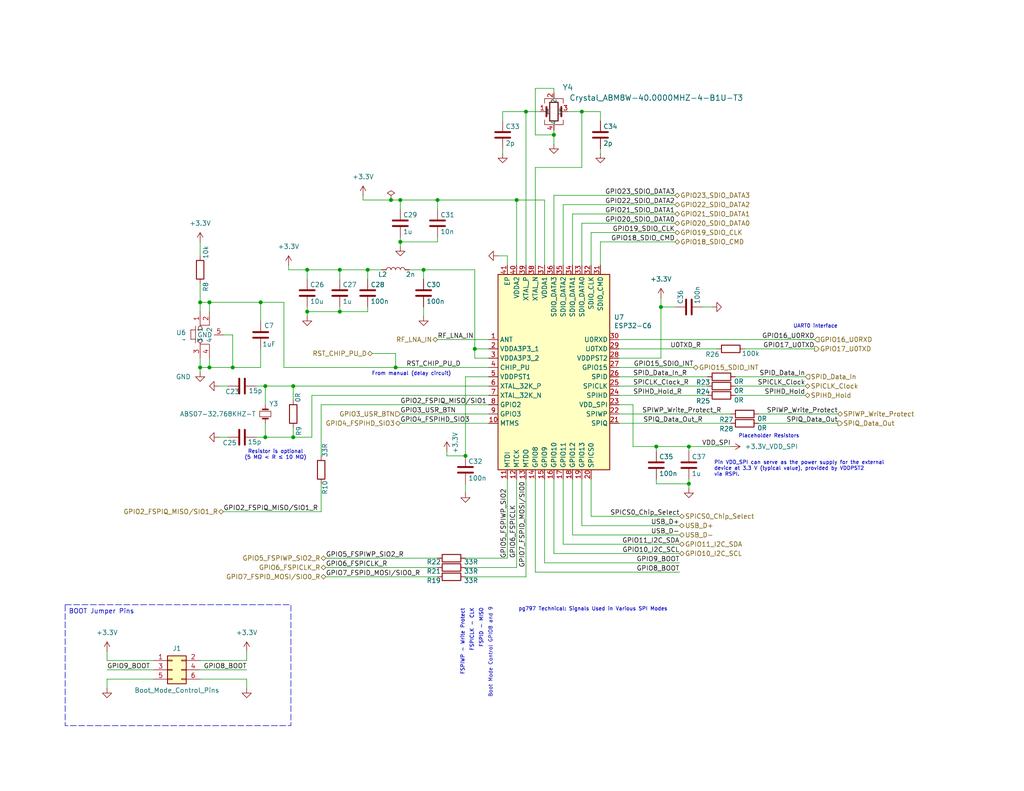
<source format=kicad_sch>
(kicad_sch (version 20231120) (generator "eeschema") (generator_version "8.0")
  (paper "USLetter")
  (lib_symbols
    (symbol "Connector_Generic:Conn_02x03_Odd_Even" (pin_names (offset 1.016) hide)
      (property "Reference" "J" (at 1.27 5.08 0))
      (property "Value" "Conn_02x03_Odd_Even" (at 1.27 -5.08 0))
      (symbol "Conn_02x03_Odd_Even_1_1"
        (rectangle (start -1.27 -2.413) (end 0 -2.667) (stroke (width 0.1524)))
        (rectangle (start -1.27 0.127) (end 0 -0.127) (stroke (width 0.1524)))
        (rectangle (start -1.27 2.667) (end 0 2.413) (stroke (width 0.1524)))
        (rectangle (start -1.27 3.81) (end 3.81 -3.81) (stroke (width 0.254)) (fill (type background)))
        (rectangle (start 3.81 -2.413) (end 2.54 -2.667) (stroke (width 0.1524)))
        (rectangle (start 3.81 0.127) (end 2.54 -0.127) (stroke (width 0.1524)))
        (rectangle (start 3.81 2.667) (end 2.54 2.413) (stroke (width 0.1524)))
        (pin passive line (at -5.08 2.54 0) (length 3.81) (name "Pin_1") (number "1"))
        (pin passive line (at 7.62 2.54 180) (length 3.81) (name "Pin_2") (number "2"))
        (pin passive line (at -5.08 0 0) (length 3.81) (name "Pin_3") (number "3"))
        (pin passive line (at 7.62 0 180) (length 3.81) (name "Pin_4") (number "4"))
        (pin passive line (at -5.08 -2.54 0) (length 3.81) (name "Pin_5") (number "5"))
        (pin passive line (at 7.62 -2.54 180) (length 3.81) (name "Pin_6") (number "6"))
      )
    )
    (symbol "Device:C" (pin_numbers hide) (pin_names (offset 0.254))
      (property "Reference" "C" (at 0.635 2.54 0))
      (property "Value" "C" (at 0.635 -2.54 0))
      (symbol "C_0_1"
        (polyline (pts (xy -2.032 -0.762) (xy 2.032 -0.762)) (stroke (width 0.508)))
        (polyline (pts (xy -2.032 0.762) (xy 2.032 0.762)) (stroke (width 0.508)))
      )
      (symbol "C_1_1"
        (pin passive line (at 0 3.81 270) (length 2.794) (name "~") (number "1"))
        (pin passive line (at 0 -3.81 90) (length 2.794) (name "~") (number "2"))
      )
    )
    (symbol "Device:Crystal_Small" (pin_numbers hide) (pin_names (offset 1.016) hide)
      (property "Reference" "Y" (at 0 2.54 0))
      (property "Value" "Crystal_Small" (at 0 -2.54 0))
      (symbol "Crystal_Small_0_1"
        (rectangle (start -0.762 -1.524) (end 0.762 1.524))
        (polyline (pts (xy -1.27 -0.762) (xy -1.27 0.762)) (stroke (width 0.381)))
        (polyline (pts (xy 1.27 -0.762) (xy 1.27 0.762)) (stroke (width 0.381)))
      )
      (symbol "Crystal_Small_1_1"
        (pin passive line (at -2.54 0 0) (length 1.27) (name "1") (number "1"))
        (pin passive line (at 2.54 0 180) (length 1.27) (name "2") (number "2"))
      )
    )
    (symbol "Device:L" (pin_numbers hide) (pin_names (offset 1.016) hide)
      (property "Reference" "L" (at -1.27 0 90))
      (property "Value" "L" (at 1.905 0 90))
      (symbol "L_0_1"
        (arc (start 0 -2.54) (mid 0.6323 -1.905) (end 0 -1.27))
        (arc (start 0 -1.27) (mid 0.6323 -0.635) (end 0 0))
        (arc (start 0 0) (mid 0.6323 0.635) (end 0 1.27))
        (arc (start 0 1.27) (mid 0.6323 1.905) (end 0 2.54))
      )
      (symbol "L_1_1"
        (pin passive line (at 0 3.81 270) (length 1.27) (name "1") (number "1"))
        (pin passive line (at 0 -3.81 90) (length 1.27) (name "2") (number "2"))
      )
    )
    (symbol "Device:R" (pin_numbers hide) (pin_names (offset 0))
      (property "Reference" "R" (at 2.032 0 90))
      (property "Value" "R" (at 0 0 90))
      (symbol "R_0_1"
        (rectangle (start -1.016 -2.54) (end 1.016 2.54) (stroke (width 0.254)))
      )
      (symbol "R_1_1"
        (pin passive line (at 0 3.81 270) (length 1.27) (name "~") (number "1"))
        (pin passive line (at 0 -3.81 90) (length 1.27) (name "~") (number "2"))
      )
    )
    (symbol "Personal_Projects:Button_KMR231GLFS"
      (property "Reference" "U" (at 0 0 0))
      (symbol "Button_KMR231GLFS_0_1"
        (polyline (pts (xy 3.964 1.27) (xy 8.536 1.27)))
        (polyline (pts (xy 4.98 1.27) (xy 4.98 2.54)))
        (polyline (pts (xy 7.52 1.27) (xy 7.52 2.54)))
        (polyline (pts (xy 7.52 2.54) (xy 4.98 2.54)))
        (polyline (pts (xy 3.71 -2.54) (xy 3.71 0) (xy 3.964 0)))
        (polyline (pts (xy 8.89 -2.54) (xy 8.89 0) (xy 8.636 0)))
        (circle (center 4.472 0) (radius 0.508))
        (circle (center 8.028 0) (radius 0.508))
      )
      (symbol "Button_KMR231GLFS_1_1"
        (pin passive line (at 0 0 0) (length 3.7) (name "1") (number "1"))
        (pin passive line (at 0 -2.54 0) (length 3.7) (name "2") (number "2"))
        (pin passive line (at 12.7 0 180) (length 3.7) (name "3") (number "3"))
        (pin passive line (at 12.7 -2.54 180) (length 3.7) (name "4") (number "4"))
        (pin passive line (at 6.35 -6.35 90) (length 2.54) (name "GND") (number "5"))
      )
    )
    (symbol "Personal_Projects:Crystal_ABM10W-40.0000MHZ-8-B1U-T3" (pin_names (offset 0.254))
      (property "Reference" "Y" (at 7.62 10.16 0))
      (property "Value" "Crystal_ABM10W-40.0000MHZ-8-B1U-T3" (at 7.62 -15.24 0))
      (symbol "Crystal_ABM10W-40.0000MHZ-8-B1U-T3_0_1"
        (polyline (pts (xy 0 0) (xy 0.508 0)))
        (polyline (pts (xy 0.508 -1.27) (xy 0.508 1.27)) (stroke (width 0.508)))
        (polyline (pts (xy 2.54 -3.81) (xy 2.54 -3.556)))
        (polyline (pts (xy 2.54 3.556) (xy 2.54 3.81)))
        (polyline (pts (xy 4.572 -1.27) (xy 4.572 1.27)) (stroke (width 0.508)))
        (polyline (pts (xy 4.572 0) (xy 5.08 0)))
        (polyline (pts (xy 0 -2.286) (xy 0 -3.556) (xy 5.08 -3.556) (xy 5.08 -2.286)))
        (polyline (pts (xy 0 2.286) (xy 0 3.556) (xy 5.08 3.556) (xy 5.08 2.286)))
        (rectangle (start 1.397 2.54) (end 3.683 -2.54) (stroke (width 0.3048)))
      )
      (symbol "Crystal_ABM10W-40.0000MHZ-8-B1U-T3_1_1"
        (pin passive line (at -1.27 0 0) (length 1.27) (name "1") (number "1"))
        (pin passive line (at 2.54 5.08 270) (length 1.27) (name "2") (number "2"))
        (pin passive line (at 6.35 0 180) (length 1.27) (name "3") (number "3"))
        (pin passive line (at 2.54 -5.08 90) (length 1.27) (name "4") (number "4"))
      )
    )
    (symbol "Personal_Projects:ESP32-C6"
      (property "Reference" "U" (at 34.29 22.86 0))
      (property "Value" "ESP32-C6" (at 34.29 20.32 0))
      (symbol "ESP32-C6_1_1"
        (rectangle (start 2.54 17.78) (end 33.02 -35.56) (stroke (width 0.254)) (fill (type background)))
        (pin passive line (at 0 0 0) (length 2.54) (name "ANT") (number "1"))
        (pin passive line (at 0 -22.86 0) (length 2.54) (name "MTMS") (number "10"))
        (pin passive line (at 5.08 -38.1 90) (length 2.54) (name "MTDI") (number "11"))
        (pin passive line (at 7.62 -38.1 90) (length 2.54) (name "MTCK") (number "12"))
        (pin passive line (at 10.16 -38.1 90) (length 2.54) (name "MTDO") (number "13"))
        (pin passive line (at 12.7 -38.1 90) (length 2.54) (name "GPIO8") (number "14"))
        (pin passive line (at 15.24 -38.1 90) (length 2.54) (name "GPIO9") (number "15"))
        (pin passive line (at 17.78 -38.1 90) (length 2.54) (name "GPIO10") (number "16"))
        (pin passive line (at 20.32 -38.1 90) (length 2.54) (name "GPIO11") (number "17"))
        (pin passive line (at 22.86 -38.1 90) (length 2.54) (name "GPIO12") (number "18"))
        (pin passive line (at 25.4 -38.1 90) (length 2.54) (name "GPIO13") (number "19"))
        (pin passive line (at 0 -2.54 0) (length 2.54) (name "VDDA3P3_1") (number "2"))
        (pin passive line (at 27.94 -38.1 90) (length 2.54) (name "SPICS0") (number "20"))
        (pin passive line (at 35.56 -22.86 180) (length 2.54) (name "SPIQ") (number "21"))
        (pin passive line (at 35.56 -20.32 180) (length 2.54) (name "SPIWP") (number "22"))
        (pin passive line (at 35.56 -17.78 180) (length 2.54) (name "VDD_SPI") (number "23"))
        (pin passive line (at 35.56 -15.24 180) (length 2.54) (name "SPIHD") (number "24"))
        (pin passive line (at 35.56 -12.7 180) (length 2.54) (name "SPICLK") (number "25"))
        (pin passive line (at 35.56 -10.16 180) (length 2.54) (name "SPID") (number "26"))
        (pin passive line (at 35.56 -7.62 180) (length 2.54) (name "GPIO15") (number "27"))
        (pin passive line (at 35.56 -5.08 180) (length 2.54) (name "VDDPST2") (number "28"))
        (pin passive line (at 35.56 -2.54 180) (length 2.54) (name "U0TXD") (number "29"))
        (pin passive line (at 0 -5.08 0) (length 2.54) (name "VDDA3P3_2") (number "3"))
        (pin passive line (at 35.56 0 180) (length 2.54) (name "U0RXD") (number "30"))
        (pin passive line (at 30.48 20.32 270) (length 2.54) (name "SDIO_CMD") (number "31"))
        (pin passive line (at 27.94 20.32 270) (length 2.54) (name "SDIO_CLK") (number "32"))
        (pin passive line (at 25.4 20.32 270) (length 2.54) (name "SDIO_DATA0") (number "33"))
        (pin passive line (at 22.86 20.32 270) (length 2.54) (name "SDIO_DATA1") (number "34"))
        (pin passive line (at 20.32 20.32 270) (length 2.54) (name "SDIO_DATA2") (number "35"))
        (pin passive line (at 17.78 20.32 270) (length 2.54) (name "SDIO_DATA3") (number "36"))
        (pin passive line (at 15.24 20.32 270) (length 2.54) (name "VDDA1") (number "37"))
        (pin passive line (at 12.7 20.32 270) (length 2.54) (name "XTAL_N") (number "38"))
        (pin passive line (at 10.16 20.32 270) (length 2.54) (name "XTAL_P") (number "39"))
        (pin passive line (at 0 -7.62 0) (length 2.54) (name "CHIP_PU") (number "4"))
        (pin passive line (at 7.62 20.32 270) (length 2.54) (name "VDDA2") (number "40"))
        (pin passive line (at 5.08 20.32 270) (length 2.54) (name "EP") (number "41"))
        (pin passive line (at 0 -10.16 0) (length 2.54) (name "VDDPST1") (number "5"))
        (pin passive line (at 0 -12.7 0) (length 2.54) (name "XTAL_32K_P") (number "6"))
        (pin passive line (at 0 -15.24 0) (length 2.54) (name "XTAL_32K_N") (number "7"))
        (pin passive line (at 0 -17.78 0) (length 2.54) (name "GPIO2") (number "8"))
        (pin passive line (at 0 -20.32 0) (length 2.54) (name "GPIO3") (number "9"))
      )
    )
    (symbol "power:+3.3V" (power) (pin_numbers hide) (pin_names (offset 0) hide)
      (property "Value" "+3.3V" (at 0 3.556 0))
      (symbol "+3.3V_0_1"
        (polyline (pts (xy -0.762 1.27) (xy 0 2.54)))
        (polyline (pts (xy 0 0) (xy 0 2.54)))
        (polyline (pts (xy 0 2.54) (xy 0.762 1.27)))
      )
      (symbol "+3.3V_1_1"
        (pin power_in line (at 0 0 90) (length 0) (name "~") (number "1"))
      )
    )
    (symbol "power:GND" (power) (pin_numbers hide) (pin_names (offset 0) hide)
      (property "Value" "GND" (at 0 -3.81 0))
      (symbol "GND_0_1"
        (polyline (pts (xy 0 0) (xy 0 -1.27) (xy 1.27 -1.27) (xy 0 -2.54) (xy -1.27 -1.27) (xy 0 -1.27)))
      )
      (symbol "GND_1_1"
        (pin power_in line (at 0 0 270) (length 0) (name "~") (number "1"))
      )
    )
    (symbol "power:PWR_FLAG" (power) (pin_numbers hide) (pin_names (offset 0) hide)
      (property "Value" "PWR_FLAG" (at 0 3.81 0))
      (symbol "PWR_FLAG_0_0"
        (pin power_out line (at 0 0 90) (length 0) (name "~") (number "1"))
      )
      (symbol "PWR_FLAG_0_1"
        (polyline (pts (xy 0 0) (xy 0 1.27) (xy -1.016 1.905) (xy 0 2.54) (xy 1.016 1.905) (xy 0 1.27)))
      )
    )
  )
  (junction (at 92.71 85.09))
  (junction (at 80.01 105.41))
  (junction (at 180.34 83.82))
  (junction (at 115.57 73.66))
  (junction (at 187.96 121.92))
  (junction (at 106.68 54.61))
  (junction (at 109.22 66.04))
  (junction (at 158.75 30.48))
  (junction (at 129.54 95.25))
  (junction (at 57.15 100.33))
  (junction (at 71.12 82.55))
  (junction (at 54.61 82.55))
  (junction (at 57.15 82.55))
  (junction (at 187.96 132.08))
  (junction (at 140.97 54.61))
  (junction (at 63.5 100.33))
  (junction (at 109.22 54.61))
  (junction (at 72.39 105.41))
  (junction (at 54.61 100.33))
  (junction (at 179.07 121.92))
  (junction (at 127 124.46))
  (junction (at 80.01 119.38))
  (junction (at 92.71 73.66))
  (junction (at 83.82 73.66))
  (junction (at 107.95 100.33))
  (junction (at 83.82 85.09))
  (junction (at 100.33 73.66))
  (junction (at 72.39 119.38))
  (junction (at 119.38 54.61))
  (junction (at 151.13 36.83))
  (junction (at 143.51 30.48))
  (wire (pts (xy 107.95 100.33) (xy 107.95 96.52)))
  (wire (pts (xy 161.29 140.97) (xy 161.29 130.81)))
  (wire (pts (xy 168.91 105.41) (xy 193.04 105.41)))
  (wire (pts (xy 179.07 132.08) (xy 187.96 132.08)))
  (wire (pts (xy 163.83 40.64) (xy 163.83 41.91)))
  (wire (pts (xy 71.12 100.33) (xy 63.5 100.33)))
  (wire (pts (xy 100.33 85.09) (xy 92.71 85.09)))
  (wire (pts (xy 54.61 77.47) (xy 54.61 82.55)))
  (wire (pts (xy 119.38 54.61) (xy 140.97 54.61)))
  (wire (pts (xy 148.59 153.67) (xy 148.59 130.81)))
  (wire (pts (xy 92.71 85.09) (xy 83.82 85.09)))
  (wire (pts (xy 151.13 35.56) (xy 151.13 36.83)))
  (wire (pts (xy 119.38 64.77) (xy 119.38 66.04)))
  (wire (pts (xy 115.57 73.66) (xy 115.57 76.2)))
  (wire (pts (xy 146.05 24.13) (xy 146.05 36.83)))
  (wire (pts (xy 119.38 92.71) (xy 133.35 92.71)))
  (wire (pts (xy 187.96 132.08) (xy 187.96 133.35)))
  (wire (pts (xy 121.92 124.46) (xy 127 124.46)))
  (wire (pts (xy 60.96 91.44) (xy 63.5 91.44)))
  (wire (pts (xy 121.92 123.19) (xy 121.92 124.46)))
  (wire (pts (xy 99.06 54.61) (xy 106.68 54.61)))
  (wire (pts (xy 143.51 30.48) (xy 147.32 30.48)))
  (wire (pts (xy 129.54 95.25) (xy 129.54 97.79)))
  (wire (pts (xy 163.83 30.48) (xy 158.75 30.48)))
  (wire (pts (xy 77.47 100.33) (xy 77.47 82.55)))
  (wire (pts (xy 54.61 101.6) (xy 54.61 100.33)))
  (wire (pts (xy 100.33 73.66) (xy 100.33 76.2)))
  (wire (pts (xy 151.13 53.34) (xy 151.13 72.39)))
  (wire (pts (xy 106.68 54.61) (xy 109.22 54.61)))
  (wire (pts (xy 184.15 60.96) (xy 158.75 60.96)))
  (wire (pts (xy 203.2 95.25) (xy 222.25 95.25)))
  (wire (pts (xy 163.83 66.04) (xy 163.83 72.39)))
  (wire (pts (xy 172.72 110.49) (xy 168.91 110.49)))
  (wire (pts (xy 29.21 187.96) (xy 29.21 185.42)))
  (wire (pts (xy 179.07 123.19) (xy 179.07 121.92)))
  (wire (pts (xy 172.72 121.92) (xy 172.72 110.49)))
  (wire (pts (xy 153.67 148.59) (xy 153.67 130.81)))
  (wire (pts (xy 101.6 96.52) (xy 107.95 96.52)))
  (wire (pts (xy 156.21 58.42) (xy 156.21 72.39)))
  (wire (pts (xy 143.51 130.81) (xy 143.51 157.48)))
  (wire (pts (xy 168.91 102.87) (xy 193.04 102.87)))
  (wire (pts (xy 78.74 73.66) (xy 78.74 72.39)))
  (wire (pts (xy 115.57 83.82) (xy 115.57 86.36)))
  (wire (pts (xy 185.42 151.13) (xy 151.13 151.13)))
  (wire (pts (xy 92.71 73.66) (xy 83.82 73.66)))
  (wire (pts (xy 200.66 105.41) (xy 219.71 105.41)))
  (wire (pts (xy 185.42 146.05) (xy 156.21 146.05)))
  (wire (pts (xy 187.96 123.19) (xy 187.96 121.92)))
  (wire (pts (xy 156.21 146.05) (xy 156.21 130.81)))
  (wire (pts (xy 67.31 185.42) (xy 67.31 187.96)))
  (wire (pts (xy 200.66 107.95) (xy 219.71 107.95)))
  (wire (pts (xy 77.47 82.55) (xy 71.12 82.55)))
  (wire (pts (xy 71.12 82.55) (xy 71.12 87.63)))
  (wire (pts (xy 109.22 66.04) (xy 109.22 67.31)))
  (wire (pts (xy 168.91 107.95) (xy 193.04 107.95)))
  (wire (pts (xy 67.31 177.8) (xy 67.31 180.34)))
  (wire (pts (xy 163.83 33.02) (xy 163.83 30.48)))
  (wire (pts (xy 185.42 143.51) (xy 158.75 143.51)))
  (wire (pts (xy 158.75 143.51) (xy 158.75 130.81)))
  (wire (pts (xy 140.97 54.61) (xy 140.97 72.39)))
  (wire (pts (xy 92.71 73.66) (xy 92.71 76.2)))
  (wire (pts (xy 185.42 140.97) (xy 161.29 140.97)))
  (wire (pts (xy 140.97 154.94) (xy 127 154.94)))
  (wire (pts (xy 172.72 121.92) (xy 179.07 121.92)))
  (wire (pts (xy 104.14 73.66) (xy 100.33 73.66)))
  (wire (pts (xy 72.39 105.41) (xy 72.39 110.49)))
  (wire (pts (xy 138.43 130.81) (xy 138.43 152.4)))
  (wire (pts (xy 129.54 73.66) (xy 115.57 73.66)))
  (wire (pts (xy 146.05 72.39) (xy 146.05 45.72)))
  (wire (pts (xy 71.12 95.25) (xy 71.12 100.33)))
  (wire (pts (xy 137.16 30.48) (xy 143.51 30.48)))
  (wire (pts (xy 184.15 55.88) (xy 153.67 55.88)))
  (wire (pts (xy 168.91 92.71) (xy 222.25 92.71)))
  (wire (pts (xy 29.21 185.42) (xy 41.91 185.42)))
  (wire (pts (xy 54.61 82.55) (xy 54.61 85.09)))
  (wire (pts (xy 87.63 110.49) (xy 133.35 110.49)))
  (wire (pts (xy 184.15 58.42) (xy 156.21 58.42)))
  (wire (pts (xy 184.15 66.04) (xy 163.83 66.04)))
  (wire (pts (xy 180.34 83.82) (xy 184.15 83.82)))
  (wire (pts (xy 151.13 151.13) (xy 151.13 130.81)))
  (wire (pts (xy 148.59 72.39) (xy 148.59 54.61)))
  (wire (pts (xy 83.82 85.09) (xy 83.82 86.36)))
  (wire (pts (xy 80.01 105.41) (xy 72.39 105.41)))
  (wire (pts (xy 80.01 105.41) (xy 80.01 109.22)))
  (wire (pts (xy 133.35 105.41) (xy 80.01 105.41)))
  (wire (pts (xy 59.69 119.38) (xy 62.23 119.38)))
  (wire (pts (xy 87.63 124.46) (xy 87.63 110.49)))
  (wire (pts (xy 119.38 54.61) (xy 119.38 57.15)))
  (wire (pts (xy 168.91 97.79) (xy 180.34 97.79)))
  (wire (pts (xy 83.82 73.66) (xy 78.74 73.66)))
  (wire (pts (xy 187.96 121.92) (xy 199.39 121.92)))
  (wire (pts (xy 127 152.4) (xy 138.43 152.4)))
  (wire (pts (xy 57.15 82.55) (xy 57.15 85.09)))
  (wire (pts (xy 133.35 107.95) (xy 85.09 107.95)))
  (wire (pts (xy 168.91 113.03) (xy 199.39 113.03)))
  (wire (pts (xy 146.05 45.72) (xy 158.75 45.72)))
  (wire (pts (xy 143.51 72.39) (xy 143.51 30.48)))
  (wire (pts (xy 41.91 182.88) (xy 29.21 182.88)))
  (wire (pts (xy 85.09 119.38) (xy 80.01 119.38)))
  (wire (pts (xy 119.38 66.04) (xy 109.22 66.04)))
  (wire (pts (xy 69.85 105.41) (xy 72.39 105.41)))
  (wire (pts (xy 168.91 100.33) (xy 189.23 100.33)))
  (wire (pts (xy 151.13 36.83) (xy 151.13 39.37)))
  (wire (pts (xy 41.91 180.34) (xy 29.21 180.34)))
  (wire (pts (xy 83.82 83.82) (xy 83.82 85.09)))
  (wire (pts (xy 146.05 156.21) (xy 146.05 130.81)))
  (wire (pts (xy 184.15 53.34) (xy 151.13 53.34)))
  (wire (pts (xy 57.15 82.55) (xy 71.12 82.55)))
  (wire (pts (xy 80.01 116.84) (xy 80.01 119.38)))
  (wire (pts (xy 161.29 63.5) (xy 161.29 72.39)))
  (wire (pts (xy 57.15 100.33) (xy 54.61 100.33)))
  (wire (pts (xy 60.96 139.7) (xy 87.63 139.7)))
  (wire (pts (xy 179.07 130.81) (xy 179.07 132.08)))
  (wire (pts (xy 92.71 83.82) (xy 92.71 85.09)))
  (wire (pts (xy 153.67 55.88) (xy 153.67 72.39)))
  (wire (pts (xy 168.91 95.25) (xy 195.58 95.25)))
  (wire (pts (xy 77.47 100.33) (xy 107.95 100.33)))
  (wire (pts (xy 184.15 63.5) (xy 161.29 63.5)))
  (wire (pts (xy 109.22 113.03) (xy 133.35 113.03)))
  (wire (pts (xy 80.01 119.38) (xy 72.39 119.38)))
  (wire (pts (xy 54.61 82.55) (xy 57.15 82.55)))
  (wire (pts (xy 109.22 64.77) (xy 109.22 66.04)))
  (wire (pts (xy 83.82 73.66) (xy 83.82 76.2)))
  (wire (pts (xy 87.63 139.7) (xy 87.63 132.08)))
  (wire (pts (xy 129.54 97.79) (xy 133.35 97.79)))
  (wire (pts (xy 138.43 72.39) (xy 138.43 69.85)))
  (wire (pts (xy 88.9 157.48) (xy 119.38 157.48)))
  (wire (pts (xy 168.91 115.57) (xy 199.39 115.57)))
  (wire (pts (xy 63.5 100.33) (xy 57.15 100.33)))
  (wire (pts (xy 207.01 115.57) (xy 228.6 115.57)))
  (wire (pts (xy 54.61 97.79) (xy 54.61 100.33)))
  (wire (pts (xy 109.22 54.61) (xy 119.38 54.61)))
  (wire (pts (xy 88.9 154.94) (xy 119.38 154.94)))
  (wire (pts (xy 59.69 105.41) (xy 62.23 105.41)))
  (wire (pts (xy 146.05 36.83) (xy 151.13 36.83)))
  (wire (pts (xy 107.95 100.33) (xy 133.35 100.33)))
  (wire (pts (xy 151.13 24.13) (xy 146.05 24.13)))
  (wire (pts (xy 137.16 40.64) (xy 137.16 41.91)))
  (wire (pts (xy 148.59 54.61) (xy 140.97 54.61)))
  (wire (pts (xy 158.75 30.48) (xy 154.94 30.48)))
  (wire (pts (xy 129.54 95.25) (xy 133.35 95.25)))
  (wire (pts (xy 127 157.48) (xy 143.51 157.48)))
  (wire (pts (xy 109.22 54.61) (xy 109.22 57.15)))
  (wire (pts (xy 54.61 180.34) (xy 67.31 180.34)))
  (wire (pts (xy 129.54 73.66) (xy 129.54 95.25)))
  (wire (pts (xy 179.07 121.92) (xy 187.96 121.92)))
  (wire (pts (xy 191.77 83.82) (xy 194.31 83.82)))
  (wire (pts (xy 63.5 91.44) (xy 63.5 100.33)))
  (wire (pts (xy 200.66 102.87) (xy 219.71 102.87)))
  (wire (pts (xy 138.43 69.85) (xy 135.89 69.85)))
  (wire (pts (xy 57.15 97.79) (xy 57.15 100.33)))
  (wire (pts (xy 185.42 148.59) (xy 153.67 148.59)))
  (wire (pts (xy 151.13 25.4) (xy 151.13 24.13)))
  (wire (pts (xy 180.34 97.79) (xy 180.34 83.82)))
  (wire (pts (xy 119.38 152.4) (xy 88.9 152.4)))
  (wire (pts (xy 72.39 115.57) (xy 72.39 119.38)))
  (wire (pts (xy 185.42 156.21) (xy 146.05 156.21)))
  (wire (pts (xy 54.61 182.88) (xy 67.31 182.88)))
  (wire (pts (xy 137.16 33.02) (xy 137.16 30.48)))
  (wire (pts (xy 127 132.08) (xy 127 134.62)))
  (wire (pts (xy 127 102.87) (xy 127 124.46)))
  (wire (pts (xy 100.33 73.66) (xy 92.71 73.66)))
  (wire (pts (xy 111.76 73.66) (xy 115.57 73.66)))
  (wire (pts (xy 207.01 113.03) (xy 228.6 113.03)))
  (wire (pts (xy 99.06 54.61) (xy 99.06 53.34)))
  (wire (pts (xy 109.22 115.57) (xy 133.35 115.57)))
  (wire (pts (xy 187.96 130.81) (xy 187.96 132.08)))
  (wire (pts (xy 158.75 45.72) (xy 158.75 30.48)))
  (wire (pts (xy 85.09 107.95) (xy 85.09 119.38)))
  (wire (pts (xy 29.21 177.8) (xy 29.21 180.34)))
  (wire (pts (xy 54.61 66.04) (xy 54.61 69.85)))
  (wire (pts (xy 72.39 119.38) (xy 69.85 119.38)))
  (wire (pts (xy 133.35 102.87) (xy 127 102.87)))
  (wire (pts (xy 54.61 185.42) (xy 67.31 185.42)))
  (wire (pts (xy 185.42 153.67) (xy 148.59 153.67)))
  (wire (pts (xy 158.75 60.96) (xy 158.75 72.39)))
  (wire (pts (xy 100.33 83.82) (xy 100.33 85.09)))
  (wire (pts (xy 180.34 83.82) (xy 180.34 81.28)))
  (wire (pts (xy 140.97 130.81) (xy 140.97 154.94)))
  (text_box "BOOT Jumper Pins" (at 17.78 165.1 0) (size 61.595 33.02) (stroke (width 0) (type dash)) (effects (font (size 1.27 1.27)) (justify left top)))
  (text "Resistor is optional\n(5 MΩ < R ≤ 10 MΩ)" (at 75.184 124.206 0) (effects (font (size 1 1))))
  (text "FSPIWP - Write Protect" (at 126.238 175.26 90) (effects (font (size 1 1))))
  (text "FSPID - MISO" (at 131.318 171.45 90) (effects (font (size 1 1))))
  (text "FSPICLK - CLK" (at 128.778 171.958 90) (effects (font (size 1 1))))
  (text "UART0 interface" (at 222.504 89.154 0) (effects (font (size 1 1))))
  (text "Placeholder Resistors" (at 209.804 119.126 0) (effects (font (size 1 1))))
  (text "Boot Mode Control GPIO8 and 9" (at 133.858 190.5 90) (effects (font (size 1 1) (thickness 0.125)) (justify left)))
  (text "Pin VDD_SPI can serve as the power supply for the external \ndevice at 3.3 V (typical value), provided by VDDPST2\nvia RSPI." (at 194.818 128.016 0) (effects (font (size 1 1)) (justify left)))
  (text "From manual (delay circuit)" (at 112.268 102.108 0) (effects (font (size 1 1))))
  (text "pg797 Technical: Signals Used in Various SPI Modes" (at 161.798 166.37 0) (effects (font (size 1 1))))
  (label "SPICLK_Clock_R" (at 172.72 105.41 0))
  (label "GPIO8_BOOT" (at 185.42 156.21 180))
  (label "GPIO7_FSPID_MOSI{slash}SIO0" (at 143.51 154.94 90))
  (label "GPIO8_BOOT" (at 67.31 182.88 180))
  (label "GPIO23_SDIO_DATA3" (at 184.15 53.34 180))
  (label "GPIO22_SDIO_DATA2" (at 184.15 55.88 180))
  (label "SPIWP_Write_Protect" (at 228.6 113.03 180))
  (label "SPID_Data_In" (at 219.71 102.87 180))
  (label "SPID_Data_In_R" (at 172.72 102.87 0))
  (label "GPIO2_FSPIQ_MISO{slash}SIO1" (at 109.22 110.49 0))
  (label "USB_D-" (at 185.42 146.05 180))
  (label "GPIO5_FSPIWP_SIO2_R" (at 88.9 152.4 0))
  (label "GPIO2_FSPIQ_MISO{slash}SIO1_R" (at 60.96 139.7 0))
  (label "GPIO19_SDIO_CLK" (at 184.15 63.5 180))
  (label "GPIO5_FSPIWP_SIO2" (at 138.43 152.4 90))
  (label "GPIO21_SDIO_DATA1" (at 184.15 58.42 180))
  (label "GPIO7_FSPID_MOSI{slash}SIO0_R" (at 88.9 157.48 0))
  (label "GPIO18_SDIO_CMD" (at 184.15 66.04 180))
  (label "GPIO17_U0TXD" (at 222.25 95.25 180))
  (label "GPIO16_U0RXD" (at 222.25 92.71 180))
  (label "U0TXD_R" (at 182.88 95.25 0))
  (label "GPIO9_BOOT" (at 185.42 153.67 180))
  (label "SPIQ_Data_Out" (at 228.6 115.57 180))
  (label "VDD_SPI" (at 199.39 121.92 180))
  (label "GPIO4_FSPIHD_SIO3" (at 109.22 115.57 0))
  (label "SPIHD_Hold" (at 219.71 107.95 180))
  (label "SPICLK_Clock" (at 219.71 105.41 180))
  (label "GPIO6_FSPICLK_R" (at 88.9 154.94 0))
  (label "GPIO9_BOOT" (at 29.21 182.88 0))
  (label "SPIWP_Write_Protect_R" (at 196.85 113.03 180))
  (label "GPIO6_FSPICLK" (at 140.97 152.4 90))
  (label "GPIO3_USR_BTN" (at 109.22 113.03 0))
  (label "SPIHD_Hold_R" (at 172.72 107.95 0))
  (label "RST_CHIP_PU_D" (at 125.73 100.33 180))
  (label "SPIQ_Data_Out_R" (at 191.77 115.57 180))
  (label "USB_D+" (at 185.42 143.51 180))
  (label "GPIO20_SDIO_DATA0" (at 184.15 60.96 180))
  (label "GPIO11_I2C_SDA" (at 185.42 148.59 180))
  (label "GPIO10_I2C_SCL" (at 185.42 151.13 180))
  (label "RF_LNA_IN" (at 119.38 92.71 0))
  (label "GPIO15_SDIO_INT" (at 189.23 100.33 180))
  (label "SPICS0_Chip_Select" (at 185.42 140.97 180))
  (hierarchical_label "GPIO7_FSPID_MOSI{slash}SIO0_R" (shape bidirectional) (at 88.9 157.48 180))
  (hierarchical_label "GPIO23_SDIO_DATA3" (shape bidirectional) (at 184.15 53.34 0))
  (hierarchical_label "GPIO19_SDIO_CLK" (shape bidirectional) (at 184.15 63.5 0))
  (hierarchical_label "GPIO3_USR_BTN" (shape input) (at 109.22 113.03 180))
  (hierarchical_label "GPIO15_SDIO_INT" (shape bidirectional) (at 189.23 100.33 0))
  (hierarchical_label "SPID_Data_In" (shape input) (at 219.71 102.87 0))
  (hierarchical_label "GPIO20_SDIO_DATA0" (shape bidirectional) (at 184.15 60.96 0))
  (hierarchical_label "GPIO5_FSPIWP_SIO2_R" (shape bidirectional) (at 88.9 152.4 180))
  (hierarchical_label "RF_LNA_IN" (shape bidirectional) (at 119.38 92.71 180))
  (hierarchical_label "GPIO18_SDIO_CMD" (shape bidirectional) (at 184.15 66.04 0))
  (hierarchical_label "USB_D-" (shape bidirectional) (at 185.42 146.05 0))
  (hierarchical_label "SPIQ_Data_Out" (shape output) (at 228.6 115.57 0))
  (hierarchical_label "SPICLK_Clock" (shape bidirectional) (at 219.71 105.41 0))
  (hierarchical_label "GPIO10_I2C_SCL" (shape bidirectional) (at 185.42 151.13 0))
  (hierarchical_label "RST_CHIP_PU_D" (shape bidirectional) (at 101.6 96.52 180))
  (hierarchical_label "SPIWP_Write_Protect" (shape bidirectional) (at 228.6 113.03 0))
  (hierarchical_label "SPIHD_Hold" (shape bidirectional) (at 219.71 107.95 0))
  (hierarchical_label "SPICS0_Chip_Select" (shape bidirectional) (at 185.42 140.97 0))
  (hierarchical_label "USB_D+" (shape bidirectional) (at 185.42 143.51 0))
  (hierarchical_label "GPIO22_SDIO_DATA2" (shape bidirectional) (at 184.15 55.88 0))
  (hierarchical_label "GPIO4_FSPIHD_SIO3" (shape bidirectional) (at 109.22 115.57 180))
  (hierarchical_label "GPIO2_FSPIQ_MISO{slash}SIO1_R" (shape bidirectional) (at 60.96 139.7 180))
  (hierarchical_label "GPIO11_I2C_SDA" (shape bidirectional) (at 185.42 148.59 0))
  (hierarchical_label "GPIO21_SDIO_DATA1" (shape bidirectional) (at 184.15 58.42 0))
  (hierarchical_label "GPIO6_FSPICLK_R" (shape bidirectional) (at 88.9 154.94 180))
  (hierarchical_label "GPIO17_U0TXD" (shape output) (at 222.25 95.25 0))
  (hierarchical_label "GPIO16_U0RXD" (shape input) (at 222.25 92.71 0))
  (symbol (lib_id "power:GND") (at 109.22 67.31 0) (unit 1)
    (property "Reference" "#PWR064" (effects (hide yes)))
    (property "Value" "GND" (effects (hide yes)))
    (property "Description" "Power symbol creates a global label with name \"GND\" , ground" (effects (hide yes)))
  )
  (symbol (lib_id "power:GND") (at 187.96 133.35 0) (unit 1)
    (property "Reference" "#PWR073" (effects (hide yes)))
    (property "Value" "GND" (effects (hide yes)))
    (property "Description" "Power symbol creates a global label with name \"GND\" , ground" (effects (hide yes)))
  )
  (symbol (lib_id "power:GND") (at 59.69 105.41 270) (unit 1)
    (property "Reference" "#PWR057" (effects (hide yes)))
    (property "Value" "GND" (effects (hide yes)))
    (property "Description" "Power symbol creates a global label with name \"GND\" , ground" (effects (hide yes)))
  )
  (symbol (lib_id "power:+3.3V") (at 180.34 81.28 0) (unit 1)
    (property "Reference" "#PWR072" (effects (hide yes)))
    (property "Value" "+3.3V" (at 180.34 76.2 0))
    (property "Description" "Power symbol creates a global label with name \"+3.3V\"" (effects (hide yes)))
  )
  (symbol (lib_id "power:+3.3V") (at 121.92 123.19 0) (unit 1)
    (property "Reference" "#PWR066" (effects (hide yes)))
    (property "Value" "+3.3V" (at 124.206 120.904 90))
    (property "Description" "Power symbol creates a global label with name \"+3.3V\"" (effects (hide yes)))
  )
  (symbol (lib_id "power:+3.3V") (at 67.31 177.8 0) (unit 1)
    (property "Reference" "#PWR07" (effects (hide yes)))
    (property "Value" "+3.3V" (at 67.31 172.72 0))
    (property "Description" "Power symbol creates a global label with name \"+3.3V\"" (effects (hide yes)))
  )
  (symbol (lib_id "Device:C") (at 187.96 127 0) (unit 1)
    (property "Reference" "C37" (at 188.722 124.714 0) (effects (justify left)))
    (property "Value" "1u" (at 188.722 129.286 0) (effects (justify left)))
    (property "Footprint" "Capacitor_SMD:C_0805_2012Metric" (effects (hide yes)))
    (property "Description" "Unpolarized capacitor" (effects (hide yes)))
  )
  (symbol (lib_id "Device:C") (at 109.22 60.96 0) (unit 1)
    (property "Reference" "C29" (at 109.982 58.674 0) (effects (justify left)))
    (property "Value" "1u" (at 109.982 63.246 0) (effects (justify left)))
    (property "Footprint" "Capacitor_SMD:C_0805_2012Metric" (effects (hide yes)))
    (property "Description" "Unpolarized capacitor" (effects (hide yes)))
  )
  (symbol (lib_id "Personal_Projects:Button_KMR231GLFS") (at 54.61 85.09 90) (mirror x) (unit 1)
    (property "Reference" "U6" (at 50.8 90.8049 90) (effects (justify left)))
    (property "Value" "~" (at 50.8 92.71 90) (effects (justify left)))
    (property "Footprint" "Personal_Project:Button_KMR231GLFS" (effects (hide yes)))
  )
  (symbol (lib_id "power:GND") (at 59.69 119.38 270) (unit 1)
    (property "Reference" "#PWR060" (effects (hide yes)))
    (property "Value" "GND" (effects (hide yes)))
    (property "Description" "Power symbol creates a global label with name \"GND\" , ground" (effects (hide yes)))
  )
  (symbol (lib_id "power:GND") (at 163.83 41.91 0) (unit 1)
    (property "Reference" "#PWR071" (effects (hide yes)))
    (property "Value" "GND" (effects (hide yes)))
    (property "Description" "Power symbol creates a global label with name \"GND\" , ground" (effects (hide yes)))
  )
  (symbol (lib_id "Device:R") (at 199.39 95.25 90) (unit 1)
    (property "Reference" "R26" (at 196.342 96.774 90) (effects (justify left)))
    (property "Value" "100k" (at 207.264 96.52 90) (effects (justify left)))
    (property "Footprint" "Resistor_SMD:R_0805_2012Metric" (effects (hide yes)))
    (property "Description" "Resistor" (effects (hide yes)))
  )
  (symbol (lib_id "power:GND") (at 83.82 86.36 0) (unit 1)
    (property "Reference" "#PWR062" (effects (hide yes)))
    (property "Value" "GND" (effects (hide yes)))
    (property "Description" "Power symbol creates a global label with name \"GND\" , ground" (effects (hide yes)))
  )
  (symbol (lib_id "Device:C") (at 179.07 127 0) (unit 1)
    (property "Reference" "C35" (at 179.832 124.714 0) (effects (justify left)))
    (property "Value" "100n" (at 179.832 129.286 0) (effects (justify left)))
    (property "Footprint" "Capacitor_SMD:C_0805_2012Metric" (effects (hide yes)))
    (property "Description" "Unpolarized capacitor" (effects (hide yes)))
  )
  (symbol (lib_id "Device:R") (at 203.2 113.03 90) (unit 1)
    (property "Reference" "R27" (at 200.152 114.554 90) (effects (justify left)))
    (property "Value" "0R" (at 209.296 114.3 90) (effects (justify left)))
    (property "Footprint" "Resistor_SMD:R_0805_2012Metric" (effects (hide yes)))
    (property "Description" "Resistor" (effects (hide yes)))
  )
  (symbol (lib_id "Device:C") (at 187.96 83.82 90) (unit 1)
    (property "Reference" "C36" (at 185.674 83.058 0) (effects (justify left)))
    (property "Value" "100n" (at 190.246 83.058 0) (effects (justify left)))
    (property "Footprint" "Capacitor_SMD:C_0805_2012Metric" (effects (hide yes)))
    (property "Description" "Unpolarized capacitor" (effects (hide yes)))
  )
  (symbol (lib_id "power:+3.3V") (at 199.39 121.92 270) (unit 1)
    (property "Reference" "#PWR01" (effects (hide yes)))
    (property "Value" "+3.3V_VDD_SPI" (at 203.2 121.9199 90) (effects (justify left)))
    (property "Description" "Power symbol creates a global label with name \"+3.3V\"" (effects (hide yes)))
  )
  (symbol (lib_id "Personal_Projects:Crystal_ABM10W-40.0000MHZ-8-B1U-T3") (at 148.59 30.48 0) (unit 1)
    (property "Reference" "Y4" (at 154.94 23.876 0) (effects (font (size 1.524 1.524))))
    (property "Value" "Crystal_ABM8W-40.0000MHZ-4-B1U-T3" (at 179.07 26.7014 0) (effects (font (size 1.524 1.524))))
    (property "Footprint" "Personal_Project:CRYSTAL4_ABM10W-40.0000MHZ-8-B1U-T3_ABR" (effects (hide yes)))
    (property "Datasheet" "ABM10W-40.0000MHZ-8-B1U-T3" (effects (hide yes)))
  )
  (symbol (lib_id "power:+3.3V") (at 29.21 177.8 0) (unit 1)
    (property "Reference" "#PWR04" (effects (hide yes)))
    (property "Value" "+3.3V" (at 29.21 172.72 0))
    (property "Description" "Power symbol creates a global label with name \"+3.3V\"" (effects (hide yes)))
  )
  (symbol (lib_id "Device:R") (at 123.19 154.94 90) (mirror x) (unit 1)
    (property "Reference" "R21" (at 118.364 155.956 90))
    (property "Value" "33R" (at 128.524 155.956 90))
    (property "Footprint" "Resistor_SMD:R_0805_2012Metric" (effects (hide yes)))
    (property "Description" "Resistor" (effects (hide yes)))
  )
  (symbol (lib_id "Device:C") (at 83.82 80.01 0) (unit 1)
    (property "Reference" "C26" (at 84.582 77.724 0) (effects (justify left)))
    (property "Value" "10u" (at 84.582 82.296 0) (effects (justify left)))
    (property "Footprint" "Capacitor_SMD:C_0805_2012Metric" (effects (hide yes)))
    (property "Description" "Unpolarized capacitor" (effects (hide yes)))
  )
  (symbol (lib_id "power:GND") (at 137.16 41.91 0) (unit 1)
    (property "Reference" "#PWR069" (effects (hide yes)))
    (property "Value" "GND" (effects (hide yes)))
    (property "Description" "Power symbol creates a global label with name \"GND\" , ground" (effects (hide yes)))
  )
  (symbol (lib_id "Device:Crystal_Small") (at 72.39 113.03 270) (unit 1)
    (property "Reference" "Y3" (at 74.676 110.236 90))
    (property "Value" "ABS07-32.768KHZ-T" (at 59.436 113.03 90))
    (property "Footprint" "Personal_Project:Crystal_ABS07" (effects (hide yes)))
    (property "Description" "Two pin crystal, small symbol" (effects (hide yes)))
  )
  (symbol (lib_id "power:GND") (at 54.61 101.6 0) (unit 1)
    (property "Reference" "#PWR052" (effects (hide yes)))
    (property "Value" "GND" (at 52.07 102.8699 0) (effects (justify right)))
    (property "Description" "Power symbol creates a global label with name \"GND\" , ground" (effects (hide yes)))
  )
  (symbol (lib_id "Device:R") (at 203.2 115.57 90) (unit 1)
    (property "Reference" "R28" (at 200.152 117.094 90) (effects (justify left)))
    (property "Value" "0R" (at 209.296 116.84 90) (effects (justify left)))
    (property "Footprint" "Resistor_SMD:R_0805_2012Metric" (effects (hide yes)))
    (property "Description" "Resistor" (effects (hide yes)))
  )
  (symbol (lib_id "Device:R") (at 80.01 113.03 180) (unit 1)
    (property "Reference" "R9" (at 81.534 116.332 90) (effects (justify left)))
    (property "Value" "0R" (at 81.28 107.188 90) (effects (justify left)))
    (property "Footprint" "Resistor_SMD:R_0805_2012Metric" (effects (hide yes)))
    (property "Description" "Resistor" (effects (hide yes)))
  )
  (symbol (lib_id "Device:L") (at 107.95 73.66 90) (unit 1)
    (property "Reference" "L2" (at 104.394 74.93 90))
    (property "Value" "2n" (at 112.014 74.93 90))
    (property "Footprint" "Inductor_SMD:L_0805_2012Metric_Pad1.05x1.20mm_HandSolder" (effects (hide yes)))
    (property "Description" "Inductor" (effects (hide yes)))
  )
  (symbol (lib_id "power:+3.3V") (at 99.06 53.34 0) (unit 1)
    (property "Reference" "#PWR063" (effects (hide yes)))
    (property "Value" "+3.3V" (at 99.06 48.26 0))
    (property "Description" "Power symbol creates a global label with name \"+3.3V\"" (effects (hide yes)))
  )
  (symbol (lib_id "Connector_Generic:Conn_02x03_Odd_Even") (at 46.99 182.88 0) (unit 1)
    (property "Reference" "J1" (at 48.26 177.038 0))
    (property "Value" "Boot_Mode_Control_Pins" (at 48.26 188.468 0))
    (property "Footprint" "Connector_PinHeader_2.54mm:PinHeader_2x03_P2.54mm_Vertical" (effects (hide yes)))
    (property "Description" "Generic connector, double row, 02x03, odd/even pin numbering scheme (row 1 odd numbers, row 2 even numbers), script generated (kicad-library-utils/schlib/autogen/connector/)" (effects (hide yes)))
  )
  (symbol (lib_id "Device:C") (at 100.33 80.01 0) (unit 1)
    (property "Reference" "C28" (at 101.092 77.724 0) (effects (justify left)))
    (property "Value" "100n" (at 101.092 82.296 0) (effects (justify left)))
    (property "Footprint" "Capacitor_SMD:C_0805_2012Metric" (effects (hide yes)))
    (property "Description" "Unpolarized capacitor" (effects (hide yes)))
  )
  (symbol (lib_id "Device:C") (at 119.38 60.96 0) (unit 1)
    (property "Reference" "C31" (at 120.142 58.674 0) (effects (justify left)))
    (property "Value" "10n" (at 120.142 63.246 0) (effects (justify left)))
    (property "Footprint" "Capacitor_SMD:C_0805_2012Metric" (effects (hide yes)))
    (property "Description" "Unpolarized capacitor" (effects (hide yes)))
  )
  (symbol (lib_id "Device:C") (at 127 128.27 0) (unit 1)
    (property "Reference" "C32" (at 127.762 125.984 0) (effects (justify left)))
    (property "Value" "100n" (at 127.762 130.556 0) (effects (justify left)))
    (property "Footprint" "Capacitor_SMD:C_0805_2012Metric" (effects (hide yes)))
    (property "Description" "Unpolarized capacitor" (effects (hide yes)))
  )
  (symbol (lib_id "Device:R") (at 123.19 157.48 90) (mirror x) (unit 1)
    (property "Reference" "R19" (at 118.364 158.496 90))
    (property "Value" "33R" (at 128.524 158.496 90))
    (property "Footprint" "Resistor_SMD:R_0805_2012Metric" (effects (hide yes)))
    (property "Description" "Resistor" (effects (hide yes)))
  )
  (symbol (lib_id "Device:C") (at 163.83 36.83 0) (unit 1)
    (property "Reference" "C34" (at 164.592 34.544 0) (effects (justify left)))
    (property "Value" "2p" (at 164.592 39.116 0) (effects (justify left)))
    (property "Footprint" "Capacitor_SMD:C_0805_2012Metric" (effects (hide yes)))
    (property "Description" "Unpolarized capacitor" (effects (hide yes)))
  )
  (symbol (lib_id "power:GND") (at 115.57 86.36 0) (unit 1)
    (property "Reference" "#PWR065" (effects (hide yes)))
    (property "Value" "GND" (effects (hide yes)))
    (property "Description" "Power symbol creates a global label with name \"GND\" , ground" (effects (hide yes)))
  )
  (symbol (lib_id "Device:C") (at 66.04 105.41 270) (unit 1)
    (property "Reference" "C23" (at 61.468 106.934 90) (effects (justify left)))
    (property "Value" "15p" (at 67.818 106.68 90) (effects (justify left)))
    (property "Footprint" "Capacitor_SMD:C_0805_2012Metric" (effects (hide yes)))
    (property "Description" "Unpolarized capacitor" (effects (hide yes)))
  )
  (symbol (lib_id "power:GND") (at 194.31 83.82 90) (unit 1)
    (property "Reference" "#PWR074" (effects (hide yes)))
    (property "Value" "GND" (effects (hide yes)))
    (property "Description" "Power symbol creates a global label with name \"GND\" , ground" (effects (hide yes)))
  )
  (symbol (lib_id "Device:R") (at 196.85 107.95 90) (unit 1)
    (property "Reference" "R25" (at 193.802 109.474 90) (effects (justify left)))
    (property "Value" "0R" (at 202.946 109.22 90) (effects (justify left)))
    (property "Footprint" "Resistor_SMD:R_0805_2012Metric" (effects (hide yes)))
    (property "Description" "Resistor" (effects (hide yes)))
  )
  (symbol (lib_id "power:GND") (at 135.89 69.85 270) (unit 1)
    (property "Reference" "#PWR068" (effects (hide yes)))
    (property "Value" "GND" (effects (hide yes)))
    (property "Description" "Power symbol creates a global label with name \"GND\" , ground" (effects (hide yes)))
  )
  (symbol (lib_id "Device:R") (at 123.19 152.4 90) (mirror x) (unit 1)
    (property "Reference" "R22" (at 118.364 153.416 90))
    (property "Value" "33R" (at 128.524 153.416 90))
    (property "Footprint" "Resistor_SMD:R_0805_2012Metric" (effects (hide yes)))
    (property "Description" "Resistor" (effects (hide yes)))
  )
  (symbol (lib_id "power:+3.3V") (at 54.61 66.04 0) (unit 1)
    (property "Reference" "#PWR051" (effects (hide yes)))
    (property "Value" "+3.3V" (at 54.61 60.96 0))
    (property "Description" "Power symbol creates a global label with name \"+3.3V\"" (effects (hide yes)))
  )
  (symbol (lib_id "power:PWR_FLAG") (at 106.68 54.61 0) (unit 1)
    (property "Reference" "#FLG04" (effects (hide yes)))
    (property "Value" "PWR_FLAG" (effects (hide yes)))
    (property "Description" "Special symbol for telling ERC where power comes from" (effects (hide yes)))
  )
  (symbol (lib_id "power:GND") (at 127 134.62 0) (unit 1)
    (property "Reference" "#PWR067" (effects (hide yes)))
    (property "Value" "GND" (effects (hide yes)))
    (property "Description" "Power symbol creates a global label with name \"GND\" , ground" (effects (hide yes)))
  )
  (symbol (lib_id "power:GND") (at 29.21 187.96 0) (unit 1)
    (property "Reference" "#PWR05" (effects (hide yes)))
    (property "Value" "GND" (effects (hide yes)))
    (property "Description" "Power symbol creates a global label with name \"GND\" , ground" (effects (hide yes)))
  )
  (symbol (lib_id "Device:R") (at 87.63 128.27 0) (mirror x) (unit 1)
    (property "Reference" "R10" (at 88.646 133.096 90))
    (property "Value" "33R" (at 88.646 122.936 90))
    (property "Footprint" "Resistor_SMD:R_0805_2012Metric" (effects (hide yes)))
    (property "Description" "Resistor" (effects (hide yes)))
  )
  (symbol (lib_id "power:GND") (at 67.31 187.96 0) (unit 1)
    (property "Reference" "#PWR011" (effects (hide yes)))
    (property "Value" "GND" (effects (hide yes)))
    (property "Description" "Power symbol creates a global label with name \"GND\" , ground" (effects (hide yes)))
  )
  (symbol (lib_id "power:GND") (at 151.13 39.37 0) (unit 1)
    (property "Reference" "#PWR070" (effects (hide yes)))
    (property "Value" "GND" (effects (hide yes)))
    (property "Description" "Power symbol creates a global label with name \"GND\" , ground" (effects (hide yes)))
  )
  (symbol (lib_id "Device:C") (at 66.04 119.38 270) (unit 1)
    (property "Reference" "C25" (at 60.706 120.904 90) (effects (justify left)))
    (property "Value" "15p" (at 67.564 120.65 90) (effects (justify left)))
    (property "Footprint" "Capacitor_SMD:C_0805_2012Metric" (effects (hide yes)))
    (property "Description" "Unpolarized capacitor" (effects (hide yes)))
  )
  (symbol (lib_id "Device:C") (at 92.71 80.01 0) (unit 1)
    (property "Reference" "C27" (at 93.472 77.724 0) (effects (justify left)))
    (property "Value" "1u" (at 93.472 82.296 0) (effects (justify left)))
    (property "Footprint" "Capacitor_SMD:C_0805_2012Metric" (effects (hide yes)))
    (property "Description" "Unpolarized capacitor" (effects (hide yes)))
  )
  (symbol (lib_id "Device:R") (at 196.85 102.87 90) (unit 1)
    (property "Reference" "R23" (at 193.802 104.394 90) (effects (justify left)))
    (property "Value" "0R" (at 202.946 104.14 90) (effects (justify left)))
    (property "Footprint" "Resistor_SMD:R_0805_2012Metric" (effects (hide yes)))
    (property "Description" "Resistor" (effects (hide yes)))
  )
  (symbol (lib_id "Device:R") (at 196.85 105.41 90) (unit 1)
    (property "Reference" "R24" (at 193.802 106.934 90) (effects (justify left)))
    (property "Value" "0R" (at 202.946 106.68 90) (effects (justify left)))
    (property "Footprint" "Resistor_SMD:R_0805_2012Metric" (effects (hide yes)))
    (property "Description" "Resistor" (effects (hide yes)))
  )
  (symbol (lib_id "Device:C") (at 115.57 80.01 0) (unit 1)
    (property "Reference" "C30" (at 116.332 77.724 0) (effects (justify left)))
    (property "Value" "100n" (at 116.332 82.296 0) (effects (justify left)))
    (property "Footprint" "Capacitor_SMD:C_0805_2012Metric" (effects (hide yes)))
    (property "Description" "Unpolarized capacitor" (effects (hide yes)))
  )
  (symbol (lib_id "Device:C") (at 137.16 36.83 0) (unit 1)
    (property "Reference" "C33" (at 137.922 34.544 0) (effects (justify left)))
    (property "Value" "2p" (at 137.922 39.116 0) (effects (justify left)))
    (property "Footprint" "Capacitor_SMD:C_0805_2012Metric" (effects (hide yes)))
    (property "Description" "Unpolarized capacitor" (effects (hide yes)))
  )
  (symbol (lib_id "Personal_Projects:ESP32-C6") (at 133.35 92.71 0) (unit 1)
    (property "Reference" "U7" (at 168.91 86.614 0))
    (property "Value" "ESP32-C6" (at 172.72 88.9314 0))
    (property "Footprint" "Personal_Project:ESP32C6_QFN40P500X500X90-41N-D" (effects (hide yes)))
    (property "Description" "QFN32 (55 mm) Package" (effects (hide yes)))
    (property "Height" "0.9" (effects (hide yes)))
    (property "Mouser Part Number" "356-ESP32-C6" (effects (hide yes)))
    (property "Mouser Price/Stock" "https://www.mouser.co.uk/ProductDetail/Espressif-Systems/ESP32-C6?qs=Imq1NPwxi75noDtUpuVuWw%3D%3D" (effects (hide yes)))
    (property "Manufacturer_Name" "Espressif Systems" (effects (hide yes)))
    (property "Manufacturer_Part_Number" "ESP32-C6" (effects (hide yes)))
  )
  (symbol (lib_id "Device:C") (at 71.12 91.44 180) (unit 1)
    (property "Reference" "C7" (at 73.406 88.9 0))
    (property "Value" "1uF" (at 73.406 93.98 0))
    (property "Footprint" "Capacitor_SMD:C_0805_2012Metric" (effects (hide yes)))
    (property "Description" "Unpolarized capacitor" (effects (hide yes)))
  )
  (symbol (lib_id "power:+3.3V") (at 78.74 72.39 0) (unit 1)
    (property "Reference" "#PWR061" (effects (hide yes)))
    (property "Value" "+3.3V" (at 78.74 67.31 0))
    (property "Description" "Power symbol creates a global label with name \"+3.3V\"" (effects (hide yes)))
  )
  (symbol (lib_id "Device:R") (at 54.61 73.66 180) (unit 1)
    (property "Reference" "R8" (at 56.134 76.962 90) (effects (justify left)))
    (property "Value" "10k" (at 56.134 67.056 90) (effects (justify left)))
    (property "Footprint" "Resistor_SMD:R_0805_2012Metric" (effects (hide yes)))
    (property "Description" "Resistor" (effects (hide yes)))
  )
)
</source>
